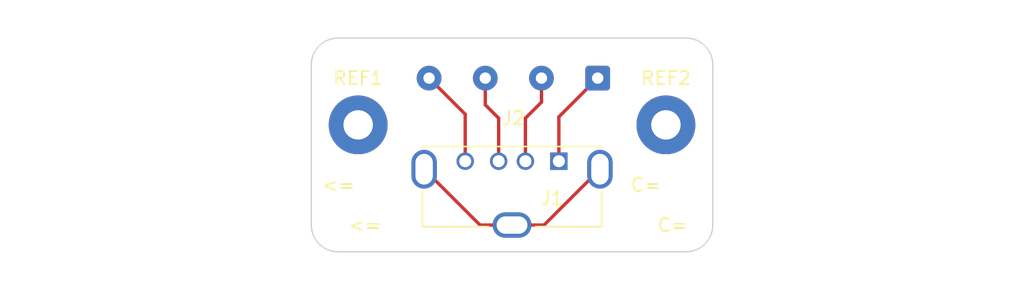
<source format=kicad_pcb>
(kicad_pcb (version 20211014) (generator pcbnew)
  (layers (0 "F.Cu" signal) (31 "B.Cu" signal) (34 "B.Paste" user) (35 "F.Paste" user) (36 "B.SilkS" user "B.Silkscreen") (37 "F.SilkS" user "F.Silkscreen") (38 "B.Mask" user) (39 "F.Mask" user) (44 "Edge.Cuts" user))
  (net 0 "")
  (net 1 "Net-(J1-Pad1)")
  (net 2 "Net-(J1-Pad2)")
  (net 3 "Net-(J1-Pad3)")
  (net 4 "Net-(J1-Pad4)")
  (net 5 "unconnected-(J1-Pad5)")
  (footprint "MountingHole:MountingHole_2.2mm_M2_Pad" (layer "F.Cu") (at 128.5 82.5)
    (fp_text reference "REF1" (at 0 -3.5) (layer "F.SilkS"))
    (fp_text value "MountingHole_2.2mm_M2_Pad")
    (pad "1" thru_hole circle (at 0 0) (size 4.4 4.4) (drill 2.2) (layers *.Cu *.Mask))
  )
  (footprint "Connector_USB:USB_A_Molex_105057_Vertical" (layer "F.Cu") (at 143.5 85.22 180)
    (fp_text reference "J1" (at 0.5 -2.78) (layer "F.SilkS"))
    (fp_text value "USB_A")
    (fp_line (start 10.2 -4.9) (end 5.25 -4.9) (layer "F.SilkS") (width 0.12))
    (fp_line (start 10.2 1.1) (end -3.2 1.1) (layer "F.SilkS") (width 0.12))
    (fp_line (start -3.2 -4.9) (end -3.2 -2.3) (layer "F.SilkS") (width 0.12))
    (fp_line (start 10.2 -4.9) (end 10.2 -2.3) (layer "F.SilkS") (width 0.12))
    (fp_line (start -3.2 -4.9) (end 1.75 -4.9) (layer "F.SilkS") (width 0.12))
    (pad "1" thru_hole rect (at 0 0 180) (size 1.3 1.3) (drill 0.9) (layers *.Cu *.Mask) (net 1 "Net-(J1-Pad1)"))
    (pad "2" thru_hole circle (at 2.5 0 180) (size 1.3 1.3) (drill 0.9) (layers *.Cu *.Mask) (net 2 "Net-(J1-Pad2)"))
    (pad "3" thru_hole circle (at 4.5 0 180) (size 1.3 1.3) (drill 0.9) (layers *.Cu *.Mask) (net 3 "Net-(J1-Pad3)"))
    (pad "4" thru_hole circle (at 7 0 180) (size 1.3 1.3) (drill 0.9) (layers *.Cu *.Mask) (net 4 "Net-(J1-Pad4)"))
    (pad "5" thru_hole oval (at 10.07 -0.6 180) (size 1.9 2.9) (drill oval 1.3 2.3) (layers *.Cu *.Mask) (net 5 "unconnected-(J1-Pad5)"))
    (pad "5" thru_hole oval (at -3.07 -0.6) (size 1.9 2.9) (drill oval 1.3 2.3) (layers *.Cu *.Mask) (net 5 "unconnected-(J1-Pad5)"))
    (pad "5" thru_hole oval (at 3.5 -4.78 270) (size 1.9 2.9) (drill oval 1.3 2.3) (layers *.Cu *.Mask) (net 5 "unconnected-(J1-Pad5)"))
  )
  (footprint "Connector_Wire:SolderWire-0.25sqmm_1x04_P4.2mm_D0.65mm_OD1.7mm" (layer "F.Cu") (at 146.4 79 180)
    (fp_text reference "J2" (at 6.3 -3 180) (layer "F.SilkS"))
    (fp_text value "Conn_01x04_Female")
    (pad "1" thru_hole roundrect (at 0 0 180) (size 1.85 1.85) (drill 0.85) (layers *.Cu *.Mask) (roundrect_rratio 0.1351351351) (net 1 "Net-(J1-Pad1)"))
    (pad "2" thru_hole circle (at 4.2 0 180) (size 1.85 1.85) (drill 0.85) (layers *.Cu *.Mask) (net 2 "Net-(J1-Pad2)"))
    (pad "3" thru_hole circle (at 8.4 0 180) (size 1.85 1.85) (drill 0.85) (layers *.Cu *.Mask) (net 3 "Net-(J1-Pad3)"))
    (pad "4" thru_hole circle (at 12.6 0 180) (size 1.85 1.85) (drill 0.85) (layers *.Cu *.Mask) (net 4 "Net-(J1-Pad4)"))
  )
  (footprint "MountingHole:MountingHole_2.2mm_M2_Pad" (layer "F.Cu") (at 151.5 82.5)
    (fp_text reference "REF2" (at 0 -3.5) (layer "F.SilkS"))
    (fp_text value "MountingHole_2.2mm_M2_Pad")
    (pad "1" thru_hole circle (at 0 0) (size 4.4 4.4) (drill 2.2) (layers *.Cu *.Mask))
  )
  (gr_arc (start 153 76) (mid 154.414214 76.585786) (end 155 78) (layer "Edge.Cuts") (width 0.1))
  (gr_arc (start 127 92) (mid 125.585786 91.414214) (end 125 90) (layer "Edge.Cuts") (width 0.1))
  (gr_arc (start 155 90) (mid 154.414214 91.414214) (end 153 92) (layer "Edge.Cuts") (width 0.1))
  (gr_line (start 125 90) (end 125 78) (layer "Edge.Cuts") (width 0.1))
  (gr_line (start 153 92) (end 127 92) (layer "Edge.Cuts") (width 0.1))
  (gr_line (start 155 78) (end 155 90) (layer "Edge.Cuts") (width 0.1))
  (gr_line (start 153 76) (end 127 76) (layer "Edge.Cuts") (width 0.1))
  (gr_arc (start 125 78) (mid 125.585786 76.585786) (end 127 76) (layer "Edge.Cuts") (width 0.1))
  (gr_text "<=" (at 129 90) (layer "F.SilkS") (effects (font (size 1 1))))
  (gr_text "<=\n" (at 127 87) (layer "F.SilkS") (effects (font (size 1 1))))
  (gr_text "C=\n" (at 152 90) (layer "F.SilkS") (effects (font (size 1 1))))
  (gr_text "C=" (at 150 87) (layer "F.SilkS") (effects (font (size 1 1))))
  (segment (start 146.4 79) (end 143.5 81.9) (width 0.25) (layer "F.Cu") (net 1))
  (segment (start 143.5 81.9) (end 143.5 85.22) (width 0.25) (layer "F.Cu") (net 1))
  (segment (start 142.2 79) (end 142.2 80.8) (width 0.25) (layer "F.Cu") (net 2))
  (segment (start 142.2 80.8) (end 141 82) (width 0.25) (layer "F.Cu") (net 2))
  (segment (start 141 82) (end 141 85.22) (width 0.25) (layer "F.Cu") (net 2))
  (segment (start 138 79) (end 138 81) (width 0.25) (layer "F.Cu") (net 3))
  (segment (start 139 82) (end 139 85.22) (width 0.25) (layer "F.Cu") (net 3))
  (segment (start 138 81) (end 139 82) (width 0.25) (layer "F.Cu") (net 3))
  (segment (start 133.8 79) (end 136.5 81.7) (width 0.25) (layer "F.Cu") (net 4))
  (segment (start 136.5 81.7) (end 136.5 85.22) (width 0.25) (layer "F.Cu") (net 4))
  (segment (start 142.39 90) (end 140 90) (width 0.25) (layer "F.Cu") (net 5))
  (segment (start 140 90) (end 137.61 90) (width 0.25) (layer "F.Cu") (net 5))
  (segment (start 146.57 85.82) (end 142.39 90) (width 0.25) (layer "F.Cu") (net 5))
  (segment (start 137.61 90) (end 133.43 85.82) (width 0.25) (layer "F.Cu") (net 5))
)
</source>
